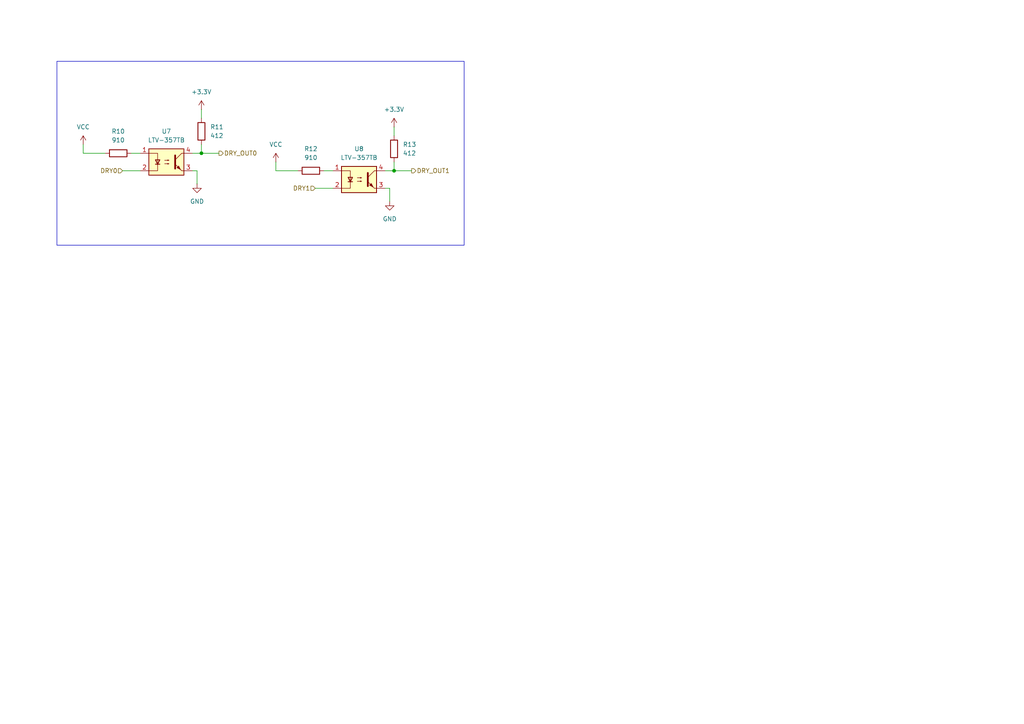
<source format=kicad_sch>
(kicad_sch (version 20250114) (generator "eeschema") (generator_version "9.0")
  (paper "A4")
  (lib_symbols
    (symbol "Device:R" (pin_numbers (hide yes)) (pin_names (offset 0))
      (property "Reference" "R" (at 2.032 0 90))
      (property "Value" "R" (at 0 0 90))
      (symbol "R_0_1"
        (rectangle (start -1.016 -2.54) (end 1.016 2.54) (stroke (width 0.254)))
      )
      (symbol "R_1_1"
        (pin passive line (at 0 3.81 270) (length 1.27) (name "~") (number "1"))
        (pin passive line (at 0 -3.81 90) (length 1.27) (name "~") (number "2"))
      )
    )
    (symbol "Isolator:LTV-357T" (pin_names (offset 1.016))
      (property "Reference" "U" (at -5.334 4.826 0))
      (property "Value" "LTV-357T" (at 0 5.08 0))
      (symbol "LTV-357T_0_1"
        (rectangle (start -5.08 3.81) (end 5.08 -3.81) (stroke (width 0.254)) (fill (type background)))
        (polyline (pts (xy -5.08 2.54) (xy -2.54 2.54) (xy -2.54 -0.762)))
        (polyline (pts (xy -3.175 -0.635) (xy -1.905 -0.635)) (stroke (width 0.254)))
        (polyline (pts (xy -2.54 -0.635) (xy -2.54 -2.54) (xy -5.08 -2.54)))
        (polyline (pts (xy -2.54 -0.635) (xy -3.175 0.635) (xy -1.905 0.635) (xy -2.54 -0.635)) (stroke (width 0.254)))
        (polyline (pts (xy -0.508 0.508) (xy 0.762 0.508) (xy 0.381 0.381) (xy 0.381 0.635) (xy 0.762 0.508)))
        (polyline (pts (xy -0.508 -0.508) (xy 0.762 -0.508) (xy 0.381 -0.635) (xy 0.381 -0.381) (xy 0.762 -0.508)))
        (polyline (pts (xy 2.54 1.905) (xy 2.54 -1.905) (xy 2.54 -1.905)) (stroke (width 0.508)))
        (polyline (pts (xy 2.54 0.635) (xy 4.445 2.54)))
        (polyline (pts (xy 3.048 -1.651) (xy 3.556 -1.143) (xy 4.064 -2.159) (xy 3.048 -1.651) (xy 3.048 -1.651)) (fill (type outline)))
        (polyline (pts (xy 4.445 2.54) (xy 5.08 2.54)))
        (polyline (pts (xy 4.445 -2.54) (xy 2.54 -0.635)) (fill (type outline)))
        (polyline (pts (xy 4.445 -2.54) (xy 5.08 -2.54)))
      )
      (symbol "LTV-357T_1_1"
        (pin passive line (at -7.62 2.54 0) (length 2.54) (name "~") (number "1"))
        (pin passive line (at -7.62 -2.54 0) (length 2.54) (name "~") (number "2"))
        (pin passive line (at 7.62 2.54 180) (length 2.54) (name "~") (number "4"))
        (pin passive line (at 7.62 -2.54 180) (length 2.54) (name "~") (number "3"))
      )
    )
    (symbol "power:+3.3V" (power) (pin_numbers (hide yes)) (pin_names (offset 0) (hide yes))
      (property "Value" "+3.3V" (at 0 3.556 0))
      (symbol "+3.3V_0_1"
        (polyline (pts (xy -0.762 1.27) (xy 0 2.54)))
        (polyline (pts (xy 0 2.54) (xy 0.762 1.27)))
        (polyline (pts (xy 0 0) (xy 0 2.54)))
      )
      (symbol "+3.3V_1_1"
        (pin power_in line (at 0 0 90) (length 0) (name "~") (number "1"))
      )
    )
    (symbol "power:GND" (power) (pin_numbers (hide yes)) (pin_names (offset 0) (hide yes))
      (property "Value" "GND" (at 0 -3.81 0))
      (symbol "GND_0_1"
        (polyline (pts (xy 0 0) (xy 0 -1.27) (xy 1.27 -1.27) (xy 0 -2.54) (xy -1.27 -1.27) (xy 0 -1.27)))
      )
      (symbol "GND_1_1"
        (pin power_in line (at 0 0 270) (length 0) (name "~") (number "1"))
      )
    )
    (symbol "power:VCC" (power) (pin_numbers (hide yes)) (pin_names (offset 0) (hide yes))
      (property "Value" "VCC" (at 0 3.556 0))
      (symbol "VCC_0_1"
        (polyline (pts (xy -0.762 1.27) (xy 0 2.54)))
        (polyline (pts (xy 0 2.54) (xy 0.762 1.27)))
        (polyline (pts (xy 0 0) (xy 0 2.54)))
      )
      (symbol "VCC_1_1"
        (pin power_in line (at 0 0 90) (length 0) (name "~") (number "1"))
      )
    )
  )
  (rectangle (start 16.51 17.78) (end 134.62 71.12))
  (junction (at 114.3 49.53))
  (junction (at 58.42 44.45))
  (wire (pts (xy 114.3 49.53) (xy 119.38 49.53)))
  (wire (pts (xy 24.13 44.45) (xy 30.48 44.45)))
  (wire (pts (xy 80.01 49.53) (xy 86.36 49.53)))
  (wire (pts (xy 58.42 31.75) (xy 58.42 34.29)))
  (wire (pts (xy 93.98 49.53) (xy 96.52 49.53)))
  (wire (pts (xy 58.42 44.45) (xy 58.42 41.91)))
  (wire (pts (xy 35.56 49.53) (xy 40.64 49.53)))
  (wire (pts (xy 38.1 44.45) (xy 40.64 44.45)))
  (wire (pts (xy 80.01 46.99) (xy 80.01 49.53)))
  (wire (pts (xy 24.13 41.91) (xy 24.13 44.45)))
  (wire (pts (xy 113.03 58.42) (xy 113.03 54.61)))
  (wire (pts (xy 55.88 44.45) (xy 58.42 44.45)))
  (wire (pts (xy 111.76 49.53) (xy 114.3 49.53)))
  (wire (pts (xy 91.44 54.61) (xy 96.52 54.61)))
  (wire (pts (xy 57.15 53.34) (xy 57.15 49.53)))
  (wire (pts (xy 58.42 44.45) (xy 63.5 44.45)))
  (wire (pts (xy 113.03 54.61) (xy 111.76 54.61)))
  (wire (pts (xy 114.3 36.83) (xy 114.3 39.37)))
  (wire (pts (xy 57.15 49.53) (xy 55.88 49.53)))
  (wire (pts (xy 114.3 49.53) (xy 114.3 46.99)))
  (hierarchical_label "DRY_OUT0" (shape output) (at 63.5 44.45 0))
  (hierarchical_label "DRY1" (shape input) (at 91.44 54.61 180))
  (hierarchical_label "DRY_OUT1" (shape output) (at 119.38 49.53 0))
  (hierarchical_label "DRY0" (shape input) (at 35.56 49.53 180))
  (symbol (lib_id "Device:R") (at 58.42 38.1 180) (unit 1)
    (property "Reference" "R11" (at 60.96 36.8299 0) (effects (justify right)))
    (property "Value" "412" (at 60.96 39.3699 0) (effects (justify right)))
    (property "Description" "Resistor" (effects (hide yes)))
  )
  (symbol (lib_id "power:+3.3V") (at 58.42 31.75 0) (unit 1)
    (property "Reference" "#PWR035" (effects (hide yes)))
    (property "Value" "+3.3V" (at 58.42 26.67 0))
    (property "Description" "Power symbol creates a global label with name \"+3.3V\"" (effects (hide yes)))
  )
  (symbol (lib_id "power:+3.3V") (at 114.3 36.83 0) (unit 1)
    (property "Reference" "#PWR040" (effects (hide yes)))
    (property "Value" "+3.3V" (at 114.3 31.75 0))
    (property "Description" "Power symbol creates a global label with name \"+3.3V\"" (effects (hide yes)))
  )
  (symbol (lib_id "power:VCC") (at 24.13 41.91 0) (unit 1)
    (property "Reference" "#PWR036" (effects (hide yes)))
    (property "Value" "VCC" (at 24.13 36.83 0))
    (property "Description" "Power symbol creates a global label with name \"VCC\"" (effects (hide yes)))
  )
  (symbol (lib_id "Isolator:LTV-357T") (at 48.26 46.99 0) (unit 1)
    (property "Reference" "U7" (at 48.26 38.1 0))
    (property "Value" "LTV-357TB" (at 48.26 40.64 0))
    (property "Footprint" "Package_SO:SO-4_4.4x3.6mm_P2.54mm" (effects (hide yes)))
    (property "Datasheet" "https://www.buerklin.com/medias/sys_master/download/download/h91/ha0/8892020588574.pdf" (effects (hide yes)))
    (property "Description" "DC Optocoupler, Vce 35V, CTR 50%, SO-4" (effects (hide yes)))
  )
  (symbol (lib_id "Device:R") (at 114.3 43.18 180) (unit 1)
    (property "Reference" "R13" (at 116.84 41.9099 0) (effects (justify right)))
    (property "Value" "412" (at 116.84 44.4499 0) (effects (justify right)))
    (property "Description" "Resistor" (effects (hide yes)))
  )
  (symbol (lib_id "Device:R") (at 34.29 44.45 90) (unit 1)
    (property "Reference" "R10" (at 34.29 38.1 90))
    (property "Value" "910" (at 34.29 40.64 90))
    (property "Footprint" "Resistor_SMD:R_0603_1608Metric" (effects (hide yes)))
    (property "Description" "Resistor" (effects (hide yes)))
    (property "LCSC#" "C114670" (effects (hide yes)))
  )
  (symbol (lib_id "Device:R") (at 90.17 49.53 90) (unit 1)
    (property "Reference" "R12" (at 90.17 43.18 90))
    (property "Value" "910" (at 90.17 45.72 90))
    (property "Footprint" "Resistor_SMD:R_0603_1608Metric" (effects (hide yes)))
    (property "Description" "Resistor" (effects (hide yes)))
    (property "LCSC#" "C114670" (effects (hide yes)))
  )
  (symbol (lib_id "power:GND") (at 57.15 53.34 0) (unit 1)
    (property "Reference" "#PWR034" (effects (hide yes)))
    (property "Value" "GND" (at 57.15 58.42 0))
    (property "Description" "Power symbol creates a global label with name \"GND\" , ground" (effects (hide yes)))
  )
  (symbol (lib_id "power:GND") (at 113.03 58.42 0) (unit 1)
    (property "Reference" "#PWR039" (effects (hide yes)))
    (property "Value" "GND" (at 113.03 63.5 0))
    (property "Description" "Power symbol creates a global label with name \"GND\" , ground" (effects (hide yes)))
  )
  (symbol (lib_id "Isolator:LTV-357T") (at 104.14 52.07 0) (unit 1)
    (property "Reference" "U8" (at 104.14 43.18 0))
    (property "Value" "LTV-357TB" (at 104.14 45.72 0))
    (property "Footprint" "Package_SO:SO-4_4.4x3.6mm_P2.54mm" (effects (hide yes)))
    (property "Datasheet" "https://www.buerklin.com/medias/sys_master/download/download/h91/ha0/8892020588574.pdf" (effects (hide yes)))
    (property "Description" "DC Optocoupler, Vce 35V, CTR 50%, SO-4" (effects (hide yes)))
  )
  (symbol (lib_id "power:VCC") (at 80.01 46.99 0) (unit 1)
    (property "Reference" "#PWR037" (effects (hide yes)))
    (property "Value" "VCC" (at 80.01 41.91 0))
    (property "Description" "Power symbol creates a global label with name \"VCC\"" (effects (hide yes)))
  )
)
</source>
